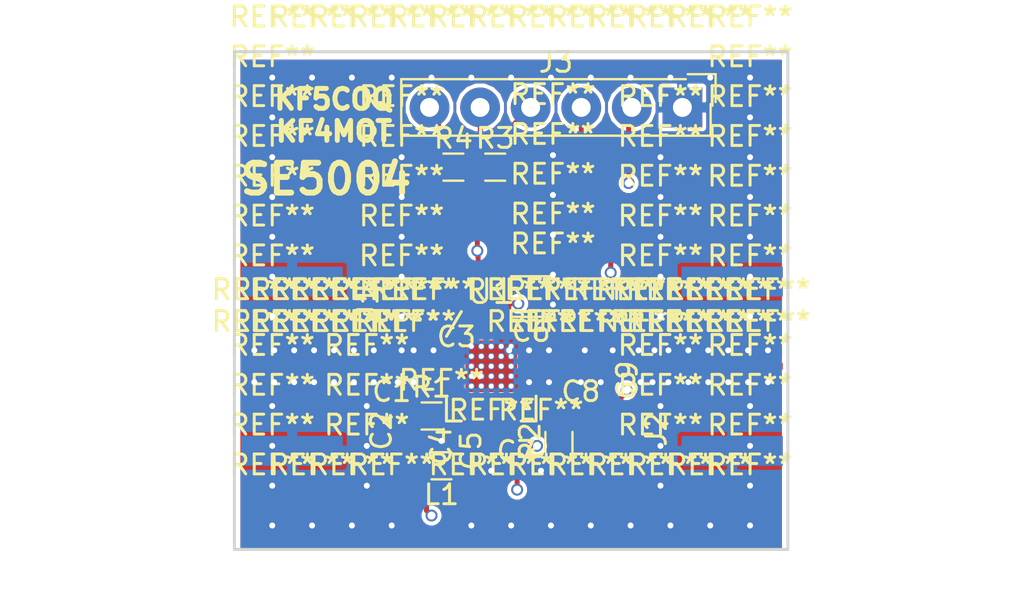
<source format=kicad_pcb>
(kicad_pcb (version 4) (host pcbnew 4.0.7-e2-6376~58~ubuntu16.04.1)
  (layers (0 F.Cu signal) (1 In1.Cu signal) (2 In2.Cu signal) (31 B.Cu signal) (34 B.Paste user) (35 F.Paste user) (36 B.SilkS user) (37 F.SilkS user) (38 B.Mask user) (39 F.Mask user) (44 Edge.Cuts user))
  (net 0 "")
  (net 1 "Net-(C1-Pad1)")
  (net 2 "Net-(C1-Pad2)")
  (net 3 VREF)
  (net 4 "Net-(C2-Pad2)")
  (net 5 VCC1)
  (net 6 GND)
  (net 7 "Net-(C4-Pad1)")
  (net 8 "Net-(C4-Pad2)")
  (net 9 VCC2)
  (net 10 VCC3)
  (net 11 "Net-(C7-Pad1)")
  (net 12 "Net-(C8-Pad1)")
  (net 13 "Net-(C8-Pad2)")
  (net 14 "Net-(R1-Pad2)")
  (net 15 VDET1)
  (module SKY:.3via (layer F.Cu) (at 142.25 111)
    (fp_text reference REF** (at 0 -3.048) (layer F.SilkS))
    (fp_text value 1pin)
    (pad "" thru_hole circle (at 0 0) (size 0.5 0.5) (drill 0.3) (layers *.Cu *.Mask) (net 6 GND))
  )
  (module SKY:.3via (layer F.Cu) (at 142.25 109)
    (fp_text reference REF** (at 0 -3.048) (layer F.SilkS))
    (fp_text value 1pin)
    (pad "" thru_hole circle (at 0 0) (size 0.5 0.5) (drill 0.3) (layers *.Cu *.Mask) (net 6 GND))
  )
  (module SKY:.3via (layer F.Cu) (at 142.25 107)
    (fp_text reference REF** (at 0 -3.048) (layer F.SilkS))
    (fp_text value 1pin)
    (pad "" thru_hole circle (at 0 0) (size 0.5 0.5) (drill 0.3) (layers *.Cu *.Mask) (net 6 GND))
  )
  (module SKY:.3via (layer F.Cu) (at 151 110.25)
    (fp_text reference REF** (at 0 -3.048) (layer F.SilkS))
    (fp_text value 1pin)
    (pad "" thru_hole circle (at 0 0) (size 0.5 0.5) (drill 0.3) (layers *.Cu *.Mask) (net 6 GND))
  )
  (module SKY:.3via (layer F.Cu) (at 146 108.75)
    (fp_text reference REF** (at 0 -3.048) (layer F.SilkS))
    (fp_text value 1pin)
    (pad "" thru_hole circle (at 0 0) (size 0.5 0.5) (drill 0.3) (layers *.Cu *.Mask) (net 6 GND))
  )
  (module SKY:.3via (layer F.Cu) (at 148.5 110.25)
    (fp_text reference REF** (at 0 -3.048) (layer F.SilkS))
    (fp_text value 1pin)
    (pad "" thru_hole circle (at 0 0) (size 0.5 0.5) (drill 0.3) (layers *.Cu *.Mask) (net 6 GND))
  )
  (module SKY:.3via (layer F.Cu) (at 157 111)
    (fp_text reference REF** (at 0 -3.048) (layer F.SilkS))
    (fp_text value 1pin)
    (pad "" thru_hole circle (at 0 0) (size 0.5 0.5) (drill 0.3) (layers *.Cu *.Mask) (net 6 GND))
  )
  (module SKY:.3via (layer F.Cu) (at 157 109)
    (fp_text reference REF** (at 0 -3.048) (layer F.SilkS))
    (fp_text value 1pin)
    (pad "" thru_hole circle (at 0 0) (size 0.5 0.5) (drill 0.3) (layers *.Cu *.Mask) (net 6 GND))
  )
  (module SKY:.3via (layer F.Cu) (at 157 107)
    (fp_text reference REF** (at 0 -3.048) (layer F.SilkS))
    (fp_text value 1pin)
    (pad "" thru_hole circle (at 0 0) (size 0.5 0.5) (drill 0.3) (layers *.Cu *.Mask) (net 6 GND))
  )
  (module SKY:.3via (layer F.Cu) (at 144 94.5)
    (fp_text reference REF** (at 0 -3.048) (layer F.SilkS))
    (fp_text value 1pin)
    (pad "" thru_hole circle (at 0 0) (size 0.5 0.5) (drill 0.3) (layers *.Cu *.Mask) (net 6 GND))
  )
  (module SKY:.3via (layer F.Cu) (at 144 96.5)
    (fp_text reference REF** (at 0 -3.048) (layer F.SilkS))
    (fp_text value 1pin)
    (pad "" thru_hole circle (at 0 0) (size 0.5 0.5) (drill 0.3) (layers *.Cu *.Mask) (net 6 GND))
  )
  (module SKY:.3via (layer F.Cu) (at 144 98.5)
    (fp_text reference REF** (at 0 -3.048) (layer F.SilkS))
    (fp_text value 1pin)
    (pad "" thru_hole circle (at 0 0) (size 0.5 0.5) (drill 0.3) (layers *.Cu *.Mask) (net 6 GND))
  )
  (module SKY:.3via (layer F.Cu) (at 144 100.5)
    (fp_text reference REF** (at 0 -3.048) (layer F.SilkS))
    (fp_text value 1pin)
    (pad "" thru_hole circle (at 0 0) (size 0.5 0.5) (drill 0.3) (layers *.Cu *.Mask) (net 6 GND))
  )
  (module SKY:.3via (layer F.Cu) (at 144 102.5)
    (fp_text reference REF** (at 0 -3.048) (layer F.SilkS))
    (fp_text value 1pin)
    (pad "" thru_hole circle (at 0 0) (size 0.5 0.5) (drill 0.3) (layers *.Cu *.Mask) (net 6 GND))
  )
  (module SKY:.3via (layer F.Cu) (at 157 94.5)
    (fp_text reference REF** (at 0 -3.048) (layer F.SilkS))
    (fp_text value 1pin)
    (pad "" thru_hole circle (at 0 0) (size 0.5 0.5) (drill 0.3) (layers *.Cu *.Mask) (net 6 GND))
  )
  (module SKY:.3via (layer F.Cu) (at 157 96.5)
    (fp_text reference REF** (at 0 -3.048) (layer F.SilkS))
    (fp_text value 1pin)
    (pad "" thru_hole circle (at 0 0) (size 0.5 0.5) (drill 0.3) (layers *.Cu *.Mask) (net 6 GND))
  )
  (module SKY:.3via (layer F.Cu) (at 157 98.5)
    (fp_text reference REF** (at 0 -3.048) (layer F.SilkS))
    (fp_text value 1pin)
    (pad "" thru_hole circle (at 0 0) (size 0.5 0.5) (drill 0.3) (layers *.Cu *.Mask) (net 6 GND))
  )
  (module SKY:.3via (layer F.Cu) (at 157 100.5)
    (fp_text reference REF** (at 0 -3.048) (layer F.SilkS))
    (fp_text value 1pin)
    (pad "" thru_hole circle (at 0 0) (size 0.5 0.5) (drill 0.3) (layers *.Cu *.Mask) (net 6 GND))
  )
  (module SKY:.3via (layer F.Cu) (at 157 102.5)
    (fp_text reference REF** (at 0 -3.048) (layer F.SilkS))
    (fp_text value 1pin)
    (pad "" thru_hole circle (at 0 0) (size 0.5 0.5) (drill 0.3) (layers *.Cu *.Mask) (net 6 GND))
  )
  (module SKY:.3via (layer F.Cu) (at 151.6 94.4)
    (fp_text reference REF** (at 0 -3.048) (layer F.SilkS))
    (fp_text value 1pin)
    (pad "" thru_hole circle (at 0 0) (size 0.5 0.5) (drill 0.3) (layers *.Cu *.Mask) (net 6 GND))
  )
  (module SKY:.3via (layer F.Cu) (at 151.6 96.4)
    (fp_text reference REF** (at 0 -3.048) (layer F.SilkS))
    (fp_text value 1pin)
    (pad "" thru_hole circle (at 0 0) (size 0.5 0.5) (drill 0.3) (layers *.Cu *.Mask) (net 6 GND))
  )
  (module SKY:.3via (layer F.Cu) (at 151.6 98.4)
    (fp_text reference REF** (at 0 -3.048) (layer F.SilkS))
    (fp_text value 1pin)
    (pad "" thru_hole circle (at 0 0) (size 0.5 0.5) (drill 0.3) (layers *.Cu *.Mask) (net 6 GND))
  )
  (module SKY:.3via (layer F.Cu) (at 151.6 100.4)
    (fp_text reference REF** (at 0 -3.048) (layer F.SilkS))
    (fp_text value 1pin)
    (pad "" thru_hole circle (at 0 0) (size 0.5 0.5) (drill 0.3) (layers *.Cu *.Mask) (net 6 GND))
  )
  (module SKY:.3via (layer F.Cu) (at 151.6 101.9)
    (fp_text reference REF** (at 0 -3.048) (layer F.SilkS))
    (fp_text value 1pin)
    (pad "" thru_hole circle (at 0 0) (size 0.5 0.5) (drill 0.3) (layers *.Cu *.Mask) (net 6 GND))
  )
  (module SKY:.3via (layer F.Cu) (at 149.4 104.2)
    (fp_text reference REF** (at 0 -3.048) (layer F.SilkS))
    (fp_text value 1pin)
    (pad "" thru_hole circle (at 0 0) (size 0.5 0.5) (drill 0.3) (layers *.Cu *.Mask) (net 6 GND))
  )
  (module SKY:.3via (layer F.Cu) (at 150.4 104.2)
    (fp_text reference REF** (at 0 -3.048) (layer F.SilkS))
    (fp_text value 1pin)
    (pad "" thru_hole circle (at 0 0) (size 0.5 0.5) (drill 0.3) (layers *.Cu *.Mask) (net 6 GND))
  )
  (module SKY:.3via (layer F.Cu) (at 151.4 104.2)
    (fp_text reference REF** (at 0 -3.048) (layer F.SilkS))
    (fp_text value 1pin)
    (pad "" thru_hole circle (at 0 0) (size 0.5 0.5) (drill 0.3) (layers *.Cu *.Mask) (net 6 GND))
  )
  (module SKY:.3via (layer F.Cu) (at 153.2 104.2)
    (fp_text reference REF** (at 0 -3.048) (layer F.SilkS))
    (fp_text value 1pin)
    (pad "" thru_hole circle (at 0 0) (size 0.5 0.5) (drill 0.3) (layers *.Cu *.Mask) (net 6 GND))
  )
  (module SKY:.3via (layer F.Cu) (at 154.6 104.2)
    (fp_text reference REF** (at 0 -3.048) (layer F.SilkS))
    (fp_text value 1pin)
    (pad "" thru_hole circle (at 0 0) (size 0.5 0.5) (drill 0.3) (layers *.Cu *.Mask) (net 6 GND))
  )
  (module SKY:.3via (layer F.Cu) (at 155.9 104.2)
    (fp_text reference REF** (at 0 -3.048) (layer F.SilkS))
    (fp_text value 1pin)
    (pad "" thru_hole circle (at 0 0) (size 0.5 0.5) (drill 0.3) (layers *.Cu *.Mask) (net 6 GND))
  )
  (module SKY:.3via (layer F.Cu) (at 156.7 104.2)
    (fp_text reference REF** (at 0 -3.048) (layer F.SilkS))
    (fp_text value 1pin)
    (pad "" thru_hole circle (at 0 0) (size 0.5 0.5) (drill 0.3) (layers *.Cu *.Mask) (net 6 GND))
  )
  (module SKY:.3via (layer F.Cu) (at 157.4 104.2)
    (fp_text reference REF** (at 0 -3.048) (layer F.SilkS))
    (fp_text value 1pin)
    (pad "" thru_hole circle (at 0 0) (size 0.5 0.5) (drill 0.3) (layers *.Cu *.Mask) (net 6 GND))
  )
  (module SKY:.3via (layer F.Cu) (at 158.4 104.2)
    (fp_text reference REF** (at 0 -3.048) (layer F.SilkS))
    (fp_text value 1pin)
    (pad "" thru_hole circle (at 0 0) (size 0.5 0.5) (drill 0.3) (layers *.Cu *.Mask) (net 6 GND))
  )
  (module SKY:.3via (layer F.Cu) (at 159.4 104.2)
    (fp_text reference REF** (at 0 -3.048) (layer F.SilkS))
    (fp_text value 1pin)
    (pad "" thru_hole circle (at 0 0) (size 0.5 0.5) (drill 0.3) (layers *.Cu *.Mask) (net 6 GND))
  )
  (module SKY:.3via (layer F.Cu) (at 160.4 104.2)
    (fp_text reference REF** (at 0 -3.048) (layer F.SilkS))
    (fp_text value 1pin)
    (pad "" thru_hole circle (at 0 0) (size 0.5 0.5) (drill 0.3) (layers *.Cu *.Mask) (net 6 GND))
  )
  (module SKY:.3via (layer F.Cu) (at 161.4 104.2)
    (fp_text reference REF** (at 0 -3.048) (layer F.SilkS))
    (fp_text value 1pin)
    (pad "" thru_hole circle (at 0 0) (size 0.5 0.5) (drill 0.3) (layers *.Cu *.Mask) (net 6 GND))
  )
  (module SKY:.3via (layer F.Cu) (at 162.4 104.2)
    (fp_text reference REF** (at 0 -3.048) (layer F.SilkS))
    (fp_text value 1pin)
    (pad "" thru_hole circle (at 0 0) (size 0.5 0.5) (drill 0.3) (layers *.Cu *.Mask) (net 6 GND))
  )
  (module SKY:.3via (layer F.Cu) (at 150.4 105.8)
    (fp_text reference REF** (at 0 -3.048) (layer F.SilkS))
    (fp_text value 1pin)
    (pad "" thru_hole circle (at 0 0) (size 0.5 0.5) (drill 0.3) (layers *.Cu *.Mask) (net 6 GND))
  )
  (module SKY:.3via (layer F.Cu) (at 151.4 105.8)
    (fp_text reference REF** (at 0 -3.048) (layer F.SilkS))
    (fp_text value 1pin)
    (pad "" thru_hole circle (at 0 0) (size 0.5 0.5) (drill 0.3) (layers *.Cu *.Mask) (net 6 GND))
  )
  (module SKY:.3via (layer F.Cu) (at 153 105.8)
    (fp_text reference REF** (at 0 -3.048) (layer F.SilkS))
    (fp_text value 1pin)
    (pad "" thru_hole circle (at 0 0) (size 0.5 0.5) (drill 0.3) (layers *.Cu *.Mask) (net 6 GND))
  )
  (module SKY:.3via (layer F.Cu) (at 154 105.8)
    (fp_text reference REF** (at 0 -3.048) (layer F.SilkS))
    (fp_text value 1pin)
    (pad "" thru_hole circle (at 0 0) (size 0.5 0.5) (drill 0.3) (layers *.Cu *.Mask) (net 6 GND))
  )
  (module SKY:.3via (layer F.Cu) (at 156 105.8)
    (fp_text reference REF** (at 0 -3.048) (layer F.SilkS))
    (fp_text value 1pin)
    (pad "" thru_hole circle (at 0 0) (size 0.5 0.5) (drill 0.3) (layers *.Cu *.Mask) (net 6 GND))
  )
  (module SKY:.3via (layer F.Cu) (at 156.6 105.8)
    (fp_text reference REF** (at 0 -3.048) (layer F.SilkS))
    (fp_text value 1pin)
    (pad "" thru_hole circle (at 0 0) (size 0.5 0.5) (drill 0.3) (layers *.Cu *.Mask) (net 6 GND))
  )
  (module SKY:.3via (layer F.Cu) (at 157.4 105.8)
    (fp_text reference REF** (at 0 -3.048) (layer F.SilkS))
    (fp_text value 1pin)
    (pad "" thru_hole circle (at 0 0) (size 0.5 0.5) (drill 0.3) (layers *.Cu *.Mask) (net 6 GND))
  )
  (module SKY:.3via (layer F.Cu) (at 158.4 105.8)
    (fp_text reference REF** (at 0 -3.048) (layer F.SilkS))
    (fp_text value 1pin)
    (pad "" thru_hole circle (at 0 0) (size 0.5 0.5) (drill 0.3) (layers *.Cu *.Mask) (net 6 GND))
  )
  (module SKY:.3via (layer F.Cu) (at 159.4 105.8)
    (fp_text reference REF** (at 0 -3.048) (layer F.SilkS))
    (fp_text value 1pin)
    (pad "" thru_hole circle (at 0 0) (size 0.5 0.5) (drill 0.3) (layers *.Cu *.Mask) (net 6 GND))
  )
  (module SKY:.3via (layer F.Cu) (at 160.4 105.8)
    (fp_text reference REF** (at 0 -3.048) (layer F.SilkS))
    (fp_text value 1pin)
    (pad "" thru_hole circle (at 0 0) (size 0.5 0.5) (drill 0.3) (layers *.Cu *.Mask) (net 6 GND))
  )
  (module SKY:.3via (layer F.Cu) (at 161.4 105.8)
    (fp_text reference REF** (at 0 -3.048) (layer F.SilkS))
    (fp_text value 1pin)
    (pad "" thru_hole circle (at 0 0) (size 0.5 0.5) (drill 0.3) (layers *.Cu *.Mask) (net 6 GND))
  )
  (module SKY:.3via (layer F.Cu) (at 162.4 105.8)
    (fp_text reference REF** (at 0 -3.048) (layer F.SilkS))
    (fp_text value 1pin)
    (pad "" thru_hole circle (at 0 0) (size 0.5 0.5) (drill 0.3) (layers *.Cu *.Mask) (net 6 GND))
  )
  (module SKY:.3via (layer F.Cu) (at 145.6 104.2)
    (fp_text reference REF** (at 0 -3.048) (layer F.SilkS))
    (fp_text value 1pin)
    (pad "" thru_hole circle (at 0 0) (size 0.5 0.5) (drill 0.3) (layers *.Cu *.Mask) (net 6 GND))
  )
  (module SKY:.3via (layer F.Cu) (at 144.6 104.2)
    (fp_text reference REF** (at 0 -3.048) (layer F.SilkS))
    (fp_text value 1pin)
    (pad "" thru_hole circle (at 0 0) (size 0.5 0.5) (drill 0.3) (layers *.Cu *.Mask) (net 6 GND))
  )
  (module SKY:.3via (layer F.Cu) (at 144 104.2)
    (fp_text reference REF** (at 0 -3.048) (layer F.SilkS))
    (fp_text value 1pin)
    (pad "" thru_hole circle (at 0 0) (size 0.5 0.5) (drill 0.3) (layers *.Cu *.Mask) (net 6 GND))
  )
  (module SKY:.3via (layer F.Cu) (at 142.6 104.2)
    (fp_text reference REF** (at 0 -3.048) (layer F.SilkS))
    (fp_text value 1pin)
    (pad "" thru_hole circle (at 0 0) (size 0.5 0.5) (drill 0.3) (layers *.Cu *.Mask) (net 6 GND))
  )
  (module SKY:.3via (layer F.Cu) (at 141.6 104.2)
    (fp_text reference REF** (at 0 -3.048) (layer F.SilkS))
    (fp_text value 1pin)
    (pad "" thru_hole circle (at 0 0) (size 0.5 0.5) (drill 0.3) (layers *.Cu *.Mask) (net 6 GND))
  )
  (module SKY:.3via (layer F.Cu) (at 140.6 104.2)
    (fp_text reference REF** (at 0 -3.048) (layer F.SilkS))
    (fp_text value 1pin)
    (pad "" thru_hole circle (at 0 0) (size 0.5 0.5) (drill 0.3) (layers *.Cu *.Mask) (net 6 GND))
  )
  (module SKY:.3via (layer F.Cu) (at 139.6 104.2)
    (fp_text reference REF** (at 0 -3.048) (layer F.SilkS))
    (fp_text value 1pin)
    (pad "" thru_hole circle (at 0 0) (size 0.5 0.5) (drill 0.3) (layers *.Cu *.Mask) (net 6 GND))
  )
  (module SKY:.3via (layer F.Cu) (at 138.6 104.2)
    (fp_text reference REF** (at 0 -3.048) (layer F.SilkS))
    (fp_text value 1pin)
    (pad "" thru_hole circle (at 0 0) (size 0.5 0.5) (drill 0.3) (layers *.Cu *.Mask) (net 6 GND))
  )
  (module SKY:.3via (layer F.Cu) (at 137.6 104.2)
    (fp_text reference REF** (at 0 -3.048) (layer F.SilkS))
    (fp_text value 1pin)
    (pad "" thru_hole circle (at 0 0) (size 0.5 0.5) (drill 0.3) (layers *.Cu *.Mask) (net 6 GND))
  )
  (module SKY:.3via (layer F.Cu) (at 136.6 104.2)
    (fp_text reference REF** (at 0 -3.048) (layer F.SilkS))
    (fp_text value 1pin)
    (pad "" thru_hole circle (at 0 0) (size 0.5 0.5) (drill 0.3) (layers *.Cu *.Mask) (net 6 GND))
  )
  (module SKY:.3via (layer F.Cu) (at 144.6 105.8)
    (fp_text reference REF** (at 0 -3.048) (layer F.SilkS))
    (fp_text value 1pin)
    (pad "" thru_hole circle (at 0 0) (size 0.5 0.5) (drill 0.3) (layers *.Cu *.Mask) (net 6 GND))
  )
  (module SKY:.3via (layer F.Cu) (at 143.8 105.8)
    (fp_text reference REF** (at 0 -3.048) (layer F.SilkS))
    (fp_text value 1pin)
    (pad "" thru_hole circle (at 0 0) (size 0.5 0.5) (drill 0.3) (layers *.Cu *.Mask) (net 6 GND))
  )
  (module SKY:.3via (layer F.Cu) (at 142.6 105.8)
    (fp_text reference REF** (at 0 -3.048) (layer F.SilkS))
    (fp_text value 1pin)
    (pad "" thru_hole circle (at 0 0) (size 0.5 0.5) (drill 0.3) (layers *.Cu *.Mask) (net 6 GND))
  )
  (module SKY:.3via (layer F.Cu) (at 141.6 105.8)
    (fp_text reference REF** (at 0 -3.048) (layer F.SilkS))
    (fp_text value 1pin)
    (pad "" thru_hole circle (at 0 0) (size 0.5 0.5) (drill 0.3) (layers *.Cu *.Mask) (net 6 GND))
  )
  (module SKY:.3via (layer F.Cu) (at 140.6 105.8)
    (fp_text reference REF** (at 0 -3.048) (layer F.SilkS))
    (fp_text value 1pin)
    (pad "" thru_hole circle (at 0 0) (size 0.5 0.5) (drill 0.3) (layers *.Cu *.Mask) (net 6 GND))
  )
  (module SKY:.3via (layer F.Cu) (at 139.6 105.8)
    (fp_text reference REF** (at 0 -3.048) (layer F.SilkS))
    (fp_text value 1pin)
    (pad "" thru_hole circle (at 0 0) (size 0.5 0.5) (drill 0.3) (layers *.Cu *.Mask) (net 6 GND))
  )
  (module SKY:.3via (layer F.Cu) (at 138.6 105.8)
    (fp_text reference REF** (at 0 -3.048) (layer F.SilkS))
    (fp_text value 1pin)
    (pad "" thru_hole circle (at 0 0) (size 0.5 0.5) (drill 0.3) (layers *.Cu *.Mask) (net 6 GND))
  )
  (module SKY:.3via (layer F.Cu) (at 137.6 105.8)
    (fp_text reference REF** (at 0 -3.048) (layer F.SilkS))
    (fp_text value 1pin)
    (pad "" thru_hole circle (at 0 0) (size 0.5 0.5) (drill 0.3) (layers *.Cu *.Mask) (net 6 GND))
  )
  (module SKY:.3via (layer F.Cu) (at 136.6 105.8)
    (fp_text reference REF** (at 0 -3.048) (layer F.SilkS))
    (fp_text value 1pin)
    (pad "" thru_hole circle (at 0 0) (size 0.5 0.5) (drill 0.3) (layers *.Cu *.Mask) (net 6 GND))
  )
  (module SKY:.3via (layer F.Cu) (at 137.5 107)
    (fp_text reference REF** (at 0 -3.048) (layer F.SilkS))
    (fp_text value 1pin)
    (pad "" thru_hole circle (at 0 0) (size 0.5 0.5) (drill 0.3) (layers *.Cu *.Mask) (net 6 GND))
  )
  (module SKY:.3via (layer F.Cu) (at 137.5 109)
    (fp_text reference REF** (at 0 -3.048) (layer F.SilkS))
    (fp_text value 1pin)
    (pad "" thru_hole circle (at 0 0) (size 0.5 0.5) (drill 0.3) (layers *.Cu *.Mask) (net 6 GND))
  )
  (module SKY:.3via (layer F.Cu) (at 137.5 111)
    (fp_text reference REF** (at 0 -3.048) (layer F.SilkS))
    (fp_text value 1pin)
    (pad "" thru_hole circle (at 0 0) (size 0.5 0.5) (drill 0.3) (layers *.Cu *.Mask) (net 6 GND))
  )
  (module Connectors_Amphenol:Amphenol_RF_SMA_132289 (layer F.Cu) (at 138.5 105 180)
    (fp_text reference J1 (at -3.81 3.175 450) (layer F.SilkS))
    (fp_text value Conn_Coaxial)
    (pad 2 smd rect (at 0 4.25 270) (size 1.5 5.08) (layers B.Cu B.Paste B.Mask) (net 6 GND))
    (pad 2 smd rect (at 0 -4.25 270) (size 1.5 5.08) (layers B.Cu B.Paste B.Mask) (net 6 GND))
    (pad 2 smd rect (at 0 4.25 270) (size 1.5 5.08) (layers F.Cu F.Paste F.Mask) (net 6 GND))
    (pad 2 smd rect (at 0 -4.25 270) (size 1.5 5.08) (layers F.Cu F.Paste F.Mask) (net 6 GND))
    (pad 1 smd rect (at 0 0 270) (size 0.341 5.08) (layers F.Cu F.Paste F.Mask) (net 2 "Net-(C1-Pad2)"))
  )
  (module Capacitors_SMD:C_0402_NoSilk (layer F.Cu) (at 148.75 109.25 90)
    (fp_text reference C5 (at 0 -1.27 90) (layer F.SilkS))
    (fp_text value 100n)
    (pad 1 smd rect (at -0.55 0 90) (size 0.6 0.5) (layers F.Cu F.Paste F.Mask) (net 6 GND))
    (pad 2 smd rect (at 0.55 0 90) (size 0.6 0.5) (layers F.Cu F.Paste F.Mask) (net 9 VCC2))
  )
  (module SKY:.3via (layer F.Cu) (at 137.5 113)
    (fp_text reference REF** (at 0 -3.048) (layer F.SilkS))
    (fp_text value 1pin)
    (pad "" thru_hole circle (at 0 0) (size 0.5 0.5) (drill 0.3) (layers *.Cu *.Mask) (net 6 GND))
  )
  (module SKY:.3via (layer F.Cu) (at 139.5 113)
    (fp_text reference REF** (at 0 -3.048) (layer F.SilkS))
    (fp_text value 1pin)
    (pad "" thru_hole circle (at 0 0) (size 0.5 0.5) (drill 0.3) (layers *.Cu *.Mask) (net 6 GND))
  )
  (module SKY:.3via (layer F.Cu) (at 141.5 113)
    (fp_text reference REF** (at 0 -3.048) (layer F.SilkS))
    (fp_text value 1pin)
    (pad "" thru_hole circle (at 0 0) (size 0.5 0.5) (drill 0.3) (layers *.Cu *.Mask) (net 6 GND))
  )
  (module SKY:.3via (layer F.Cu) (at 143.5 113)
    (fp_text reference REF** (at 0 -3.048) (layer F.SilkS))
    (fp_text value 1pin)
    (pad "" thru_hole circle (at 0 0) (size 0.5 0.5) (drill 0.3) (layers *.Cu *.Mask) (net 6 GND))
  )
  (module SKY:.3via (layer F.Cu) (at 147.5 113)
    (fp_text reference REF** (at 0 -3.048) (layer F.SilkS))
    (fp_text value 1pin)
    (pad "" thru_hole circle (at 0 0) (size 0.5 0.5) (drill 0.3) (layers *.Cu *.Mask) (net 6 GND))
  )
  (module SKY:.3via (layer F.Cu) (at 149.5 113)
    (fp_text reference REF** (at 0 -3.048) (layer F.SilkS))
    (fp_text value 1pin)
    (pad "" thru_hole circle (at 0 0) (size 0.5 0.5) (drill 0.3) (layers *.Cu *.Mask) (net 6 GND))
  )
  (module SKY:.3via (layer F.Cu) (at 151.5 113)
    (fp_text reference REF** (at 0 -3.048) (layer F.SilkS))
    (fp_text value 1pin)
    (pad "" thru_hole circle (at 0 0) (size 0.5 0.5) (drill 0.3) (layers *.Cu *.Mask) (net 6 GND))
  )
  (module SKY:.3via (layer F.Cu) (at 153.5 113)
    (fp_text reference REF** (at 0 -3.048) (layer F.SilkS))
    (fp_text value 1pin)
    (pad "" thru_hole circle (at 0 0) (size 0.5 0.5) (drill 0.3) (layers *.Cu *.Mask) (net 6 GND))
  )
  (module SKY:.3via (layer F.Cu) (at 155.5 113)
    (fp_text reference REF** (at 0 -3.048) (layer F.SilkS))
    (fp_text value 1pin)
    (pad "" thru_hole circle (at 0 0) (size 0.5 0.5) (drill 0.3) (layers *.Cu *.Mask) (net 6 GND))
  )
  (module SKY:.3via (layer F.Cu) (at 157.5 113)
    (fp_text reference REF** (at 0 -3.048) (layer F.SilkS))
    (fp_text value 1pin)
    (pad "" thru_hole circle (at 0 0) (size 0.5 0.5) (drill 0.3) (layers *.Cu *.Mask) (net 6 GND))
  )
  (module SKY:.3via (layer F.Cu) (at 159.5 113)
    (fp_text reference REF** (at 0 -3.048) (layer F.SilkS))
    (fp_text value 1pin)
    (pad "" thru_hole circle (at 0 0) (size 0.5 0.5) (drill 0.3) (layers *.Cu *.Mask) (net 6 GND))
  )
  (module SKY:.3via (layer F.Cu) (at 161.5 113)
    (fp_text reference REF** (at 0 -3.048) (layer F.SilkS))
    (fp_text value 1pin)
    (pad "" thru_hole circle (at 0 0) (size 0.5 0.5) (drill 0.3) (layers *.Cu *.Mask) (net 6 GND))
  )
  (module SKY:.3via (layer F.Cu) (at 161.5 111)
    (fp_text reference REF** (at 0 -3.048) (layer F.SilkS))
    (fp_text value 1pin)
    (pad "" thru_hole circle (at 0 0) (size 0.5 0.5) (drill 0.3) (layers *.Cu *.Mask) (net 6 GND))
  )
  (module SKY:.3via (layer F.Cu) (at 161.5 109)
    (fp_text reference REF** (at 0 -3.048) (layer F.SilkS))
    (fp_text value 1pin)
    (pad "" thru_hole circle (at 0 0) (size 0.5 0.5) (drill 0.3) (layers *.Cu *.Mask) (net 6 GND))
  )
  (module SKY:.3via (layer F.Cu) (at 161.5 107)
    (fp_text reference REF** (at 0 -3.048) (layer F.SilkS))
    (fp_text value 1pin)
    (pad "" thru_hole circle (at 0 0) (size 0.5 0.5) (drill 0.3) (layers *.Cu *.Mask) (net 6 GND))
  )
  (module SKY:.3via (layer F.Cu) (at 161.5 102.5)
    (fp_text reference REF** (at 0 -3.048) (layer F.SilkS))
    (fp_text value 1pin)
    (pad "" thru_hole circle (at 0 0) (size 0.5 0.5) (drill 0.3) (layers *.Cu *.Mask) (net 6 GND))
  )
  (module SKY:.3via (layer F.Cu) (at 161.5 100.5)
    (fp_text reference REF** (at 0 -3.048) (layer F.SilkS))
    (fp_text value 1pin)
    (pad "" thru_hole circle (at 0 0) (size 0.5 0.5) (drill 0.3) (layers *.Cu *.Mask) (net 6 GND))
  )
  (module SKY:.3via (layer F.Cu) (at 161.5 98.5)
    (fp_text reference REF** (at 0 -3.048) (layer F.SilkS))
    (fp_text value 1pin)
    (pad "" thru_hole circle (at 0 0) (size 0.5 0.5) (drill 0.3) (layers *.Cu *.Mask) (net 6 GND))
  )
  (module SKY:.3via (layer F.Cu) (at 161.5 96.5)
    (fp_text reference REF** (at 0 -3.048) (layer F.SilkS))
    (fp_text value 1pin)
    (pad "" thru_hole circle (at 0 0) (size 0.5 0.5) (drill 0.3) (layers *.Cu *.Mask) (net 6 GND))
  )
  (module SKY:.3via (layer F.Cu) (at 161.5 94.5)
    (fp_text reference REF** (at 0 -3.048) (layer F.SilkS))
    (fp_text value 1pin)
    (pad "" thru_hole circle (at 0 0) (size 0.5 0.5) (drill 0.3) (layers *.Cu *.Mask) (net 6 GND))
  )
  (module SKY:.3via (layer F.Cu) (at 161.5 92.5)
    (fp_text reference REF** (at 0 -3.048) (layer F.SilkS))
    (fp_text value 1pin)
    (pad "" thru_hole circle (at 0 0) (size 0.5 0.5) (drill 0.3) (layers *.Cu *.Mask) (net 6 GND))
  )
  (module SKY:.3via (layer F.Cu) (at 137.5 102.5)
    (fp_text reference REF** (at 0 -3.048) (layer F.SilkS))
    (fp_text value 1pin)
    (pad "" thru_hole circle (at 0 0) (size 0.5 0.5) (drill 0.3) (layers *.Cu *.Mask) (net 6 GND))
  )
  (module SKY:.3via (layer F.Cu) (at 137.5 100.5)
    (fp_text reference REF** (at 0 -3.048) (layer F.SilkS))
    (fp_text value 1pin)
    (pad "" thru_hole circle (at 0 0) (size 0.5 0.5) (drill 0.3) (layers *.Cu *.Mask) (net 6 GND))
  )
  (module SKY:.3via (layer F.Cu) (at 137.5 98.5)
    (fp_text reference REF** (at 0 -3.048) (layer F.SilkS))
    (fp_text value 1pin)
    (pad "" thru_hole circle (at 0 0) (size 0.5 0.5) (drill 0.3) (layers *.Cu *.Mask) (net 6 GND))
  )
  (module SKY:.3via (layer F.Cu) (at 137.5 96.5)
    (fp_text reference REF** (at 0 -3.048) (layer F.SilkS))
    (fp_text value 1pin)
    (pad "" thru_hole circle (at 0 0) (size 0.5 0.5) (drill 0.3) (layers *.Cu *.Mask) (net 6 GND))
  )
  (module SKY:.3via (layer F.Cu) (at 137.5 94.5)
    (fp_text reference REF** (at 0 -3.048) (layer F.SilkS))
    (fp_text value 1pin)
    (pad "" thru_hole circle (at 0 0) (size 0.5 0.5) (drill 0.3) (layers *.Cu *.Mask) (net 6 GND))
  )
  (module SKY:.3via (layer F.Cu) (at 137.5 92.5)
    (fp_text reference REF** (at 0 -3.048) (layer F.SilkS))
    (fp_text value 1pin)
    (pad "" thru_hole circle (at 0 0) (size 0.5 0.5) (drill 0.3) (layers *.Cu *.Mask) (net 6 GND))
  )
  (module SKY:.3via (layer F.Cu) (at 137.5 90.5)
    (fp_text reference REF** (at 0 -3.048) (layer F.SilkS))
    (fp_text value 1pin)
    (pad "" thru_hole circle (at 0 0) (size 0.5 0.5) (drill 0.3) (layers *.Cu *.Mask) (net 6 GND))
  )
  (module SKY:.3via (layer F.Cu) (at 139.5 90.5)
    (fp_text reference REF** (at 0 -3.048) (layer F.SilkS))
    (fp_text value 1pin)
    (pad "" thru_hole circle (at 0 0) (size 0.5 0.5) (drill 0.3) (layers *.Cu *.Mask) (net 6 GND))
  )
  (module SKY:.3via (layer F.Cu) (at 141.5 90.5)
    (fp_text reference REF** (at 0 -3.048) (layer F.SilkS))
    (fp_text value 1pin)
    (pad "" thru_hole circle (at 0 0) (size 0.5 0.5) (drill 0.3) (layers *.Cu *.Mask) (net 6 GND))
  )
  (module SKY:.3via (layer F.Cu) (at 143.5 90.5)
    (fp_text reference REF** (at 0 -3.048) (layer F.SilkS))
    (fp_text value 1pin)
    (pad "" thru_hole circle (at 0 0) (size 0.5 0.5) (drill 0.3) (layers *.Cu *.Mask) (net 6 GND))
  )
  (module SKY:.3via (layer F.Cu) (at 145.5 90.5)
    (fp_text reference REF** (at 0 -3.048) (layer F.SilkS))
    (fp_text value 1pin)
    (pad "" thru_hole circle (at 0 0) (size 0.5 0.5) (drill 0.3) (layers *.Cu *.Mask) (net 6 GND))
  )
  (module SKY:.3via (layer F.Cu) (at 147.5 90.5)
    (fp_text reference REF** (at 0 -3.048) (layer F.SilkS))
    (fp_text value 1pin)
    (pad "" thru_hole circle (at 0 0) (size 0.5 0.5) (drill 0.3) (layers *.Cu *.Mask) (net 6 GND))
  )
  (module SKY:.3via (layer F.Cu) (at 149.5 90.5)
    (fp_text reference REF** (at 0 -3.048) (layer F.SilkS))
    (fp_text value 1pin)
    (pad "" thru_hole circle (at 0 0) (size 0.5 0.5) (drill 0.3) (layers *.Cu *.Mask) (net 6 GND))
  )
  (module SKY:.3via (layer F.Cu) (at 151.5 90.5)
    (fp_text reference REF** (at 0 -3.048) (layer F.SilkS))
    (fp_text value 1pin)
    (pad "" thru_hole circle (at 0 0) (size 0.5 0.5) (drill 0.3) (layers *.Cu *.Mask) (net 6 GND))
  )
  (module SKY:.3via (layer F.Cu) (at 153.5 90.5)
    (fp_text reference REF** (at 0 -3.048) (layer F.SilkS))
    (fp_text value 1pin)
    (pad "" thru_hole circle (at 0 0) (size 0.5 0.5) (drill 0.3) (layers *.Cu *.Mask) (net 6 GND))
  )
  (module SKY:.3via (layer F.Cu) (at 155.5 90.5)
    (fp_text reference REF** (at 0 -3.048) (layer F.SilkS))
    (fp_text value 1pin)
    (pad "" thru_hole circle (at 0 0) (size 0.5 0.5) (drill 0.3) (layers *.Cu *.Mask) (net 6 GND))
  )
  (module SKY:.3via (layer F.Cu) (at 157.5 90.5)
    (fp_text reference REF** (at 0 -3.048) (layer F.SilkS))
    (fp_text value 1pin)
    (pad "" thru_hole circle (at 0 0) (size 0.5 0.5) (drill 0.3) (layers *.Cu *.Mask) (net 6 GND))
  )
  (module SKY:.3via (layer F.Cu) (at 159.5 90.5)
    (fp_text reference REF** (at 0 -3.048) (layer F.SilkS))
    (fp_text value 1pin)
    (pad "" thru_hole circle (at 0 0) (size 0.5 0.5) (drill 0.3) (layers *.Cu *.Mask) (net 6 GND))
  )
  (module Capacitors_SMD:C_0402_NoSilk (layer F.Cu) (at 143.5 105 180)
    (fp_text reference C1 (at 0 -1.27 180) (layer F.SilkS))
    (fp_text value 10p)
    (pad 1 smd rect (at -0.55 0 180) (size 0.6 0.5) (layers F.Cu F.Paste F.Mask) (net 1 "Net-(C1-Pad1)"))
    (pad 2 smd rect (at 0.55 0 180) (size 0.6 0.5) (layers F.Cu F.Paste F.Mask) (net 2 "Net-(C1-Pad2)"))
  )
  (module Capacitors_SMD:C_0402_NoSilk (layer F.Cu) (at 144.25 108.25 90)
    (fp_text reference C2 (at 0 -1.27 90) (layer F.SilkS))
    (fp_text value 100n)
    (pad 1 smd rect (at -0.55 0 90) (size 0.6 0.5) (layers F.Cu F.Paste F.Mask) (net 3 VREF))
    (pad 2 smd rect (at 0.55 0 90) (size 0.6 0.5) (layers F.Cu F.Paste F.Mask) (net 4 "Net-(C2-Pad2)"))
  )
  (module Capacitors_SMD:C_0402_NoSilk (layer F.Cu) (at 146.75 102.25 180)
    (fp_text reference C3 (at 0 -1.27 180) (layer F.SilkS))
    (fp_text value 100n)
    (pad 1 smd rect (at -0.55 0 180) (size 0.6 0.5) (layers F.Cu F.Paste F.Mask) (net 5 VCC1))
    (pad 2 smd rect (at 0.55 0 180) (size 0.6 0.5) (layers F.Cu F.Paste F.Mask) (net 6 GND))
  )
  (module Capacitors_SMD:C_0402_NoSilk (layer F.Cu) (at 147.25 109 90)
    (fp_text reference C4 (at 0 -1.27 90) (layer F.SilkS))
    (fp_text value 220p)
    (pad 1 smd rect (at -0.55 0 90) (size 0.6 0.5) (layers F.Cu F.Paste F.Mask) (net 7 "Net-(C4-Pad1)"))
    (pad 2 smd rect (at 0.55 0 90) (size 0.6 0.5) (layers F.Cu F.Paste F.Mask) (net 8 "Net-(C4-Pad2)"))
  )
  (module Capacitors_SMD:C_1206 (layer F.Cu) (at 150.5 101.5 180)
    (fp_text reference C6 (at 0 -1.75 180) (layer F.SilkS))
    (fp_text value 10u)
    (fp_line (start 1 -1.02) (end -1 -1.02) (layer F.SilkS) (width 0.12))
    (fp_line (start -1 1.02) (end 1 1.02) (layer F.SilkS) (width 0.12))
    (pad 1 smd rect (at -1.5 0 180) (size 1 1.6) (layers F.Cu F.Paste F.Mask) (net 6 GND))
    (pad 2 smd rect (at 1.5 0 180) (size 1 1.6) (layers F.Cu F.Paste F.Mask) (net 10 VCC3))
  )
  (module Capacitors_SMD:C_0402_NoSilk (layer F.Cu) (at 149.75 108 180)
    (fp_text reference C7 (at 0 -1.27 180) (layer F.SilkS))
    (fp_text value 220p)
    (pad 1 smd rect (at -0.55 0 180) (size 0.6 0.5) (layers F.Cu F.Paste F.Mask) (net 11 "Net-(C7-Pad1)"))
    (pad 2 smd rect (at 0.55 0 180) (size 0.6 0.5) (layers F.Cu F.Paste F.Mask) (net 10 VCC3))
  )
  (module Capacitors_SMD:C_0402_NoSilk (layer F.Cu) (at 153 105 180)
    (fp_text reference C8 (at 0 -1.27 180) (layer F.SilkS))
    (fp_text value 10p)
    (pad 1 smd rect (at -0.55 0 180) (size 0.6 0.5) (layers F.Cu F.Paste F.Mask) (net 12 "Net-(C8-Pad1)"))
    (pad 2 smd rect (at 0.55 0 180) (size 0.6 0.5) (layers F.Cu F.Paste F.Mask) (net 13 "Net-(C8-Pad2)"))
  )
  (module Capacitors_SMD:C_0402_NoSilk (layer F.Cu) (at 156.6 105.7 90)
    (fp_text reference C9 (at 0 -1.27 90) (layer F.SilkS))
    (fp_text value .3p)
    (pad 1 smd rect (at -0.55 0 90) (size 0.6 0.5) (layers F.Cu F.Paste F.Mask) (net 6 GND))
    (pad 2 smd rect (at 0.55 0 90) (size 0.6 0.5) (layers F.Cu F.Paste F.Mask) (net 12 "Net-(C8-Pad1)"))
  )
  (module Connectors_Amphenol:Amphenol_RF_SMA_132289 (layer F.Cu) (at 160.6 105)
    (fp_text reference J2 (at -3.81 3.175 270) (layer F.SilkS))
    (fp_text value Conn_Coaxial)
    (pad 2 smd rect (at 0 4.25 90) (size 1.5 5.08) (layers B.Cu B.Paste B.Mask) (net 6 GND))
    (pad 2 smd rect (at 0 -4.25 90) (size 1.5 5.08) (layers B.Cu B.Paste B.Mask) (net 6 GND))
    (pad 2 smd rect (at 0 4.25 90) (size 1.5 5.08) (layers F.Cu F.Paste F.Mask) (net 6 GND))
    (pad 2 smd rect (at 0 -4.25 90) (size 1.5 5.08) (layers F.Cu F.Paste F.Mask) (net 6 GND))
    (pad 1 smd rect (at 0 0 90) (size 0.341 5.08) (layers F.Cu F.Paste F.Mask) (net 12 "Net-(C8-Pad1)"))
  )
  (module Connectors_Samtec:SL-106-X-XX_1x06 (layer F.Cu) (at 158.1 92 270)
    (fp_text reference J3 (at -2.27 6.35 360) (layer F.SilkS))
    (fp_text value Conn_01x06)
    (fp_line (start -0.17 -1.42) (end 1.42 -1.42) (layer F.SilkS) (width 0.12))
    (fp_line (start 1.42 -1.42) (end 1.42 14.12) (layer F.SilkS) (width 0.12))
    (fp_line (start 1.42 14.12) (end -1.42 14.12) (layer F.SilkS) (width 0.12))
    (fp_line (start -1.42 14.12) (end -1.42 -0.17) (layer F.SilkS) (width 0.12))
    (fp_line (start -0.27 -1.67) (end -1.67 -1.67) (layer F.SilkS) (width 0.12))
    (fp_line (start -1.67 -1.67) (end -1.67 -0.27) (layer F.SilkS) (width 0.12))
    (pad 1 thru_hole rect (at 0 0 270) (size 2 2) (drill 0.95) (layers *.Cu *.Mask) (net 6 GND))
    (pad 2 thru_hole circle (at 0 2.54 270) (size 2 2) (drill 0.95) (layers *.Cu *.Mask) (net 15 VDET1))
    (pad 3 thru_hole circle (at 0 5.08 270) (size 2 2) (drill 0.95) (layers *.Cu *.Mask) (net 3 VREF))
    (pad 4 thru_hole circle (at 0 7.62 270) (size 2 2) (drill 0.95) (layers *.Cu *.Mask) (net 10 VCC3))
    (pad 5 thru_hole circle (at 0 10.16 270) (size 2 2) (drill 0.95) (layers *.Cu *.Mask) (net 9 VCC2))
    (pad 6 thru_hole circle (at 0 12.7 270) (size 2 2) (drill 0.95) (layers *.Cu *.Mask) (net 5 VCC1))
  )
  (module Resistors_SMD:R_0603 (layer F.Cu) (at 146 110 180)
    (fp_text reference L1 (at 0 -1.45 180) (layer F.SilkS))
    (fp_text value 4.7n)
    (fp_line (start 0.5 0.68) (end -0.5 0.68) (layer F.SilkS) (width 0.12))
    (fp_line (start -0.5 -0.68) (end 0.5 -0.68) (layer F.SilkS) (width 0.12))
    (pad 1 smd rect (at -0.75 0 180) (size 0.5 0.9) (layers F.Cu F.Paste F.Mask) (net 7 "Net-(C4-Pad1)"))
    (pad 2 smd rect (at 0.75 0 180) (size 0.5 0.9) (layers F.Cu F.Paste F.Mask) (net 3 VREF))
  )
  (module Resistors_SMD:R_0603 (layer F.Cu) (at 145.5 107.5)
    (fp_text reference R1 (at 0 -1.45) (layer F.SilkS))
    (fp_text value 510)
    (fp_line (start 0.5 0.68) (end -0.5 0.68) (layer F.SilkS) (width 0.12))
    (fp_line (start -0.5 -0.68) (end 0.5 -0.68) (layer F.SilkS) (width 0.12))
    (pad 1 smd rect (at -0.75 0) (size 0.5 0.9) (layers F.Cu F.Paste F.Mask) (net 4 "Net-(C2-Pad2)"))
    (pad 2 smd rect (at 0.75 0) (size 0.5 0.9) (layers F.Cu F.Paste F.Mask) (net 14 "Net-(R1-Pad2)"))
  )
  (module Resistors_SMD:R_0603 (layer F.Cu) (at 148.7 95)
    (fp_text reference R3 (at 0 -1.45) (layer F.SilkS))
    (fp_text value 0)
    (fp_line (start 0.5 0.68) (end -0.5 0.68) (layer F.SilkS) (width 0.12))
    (fp_line (start -0.5 -0.68) (end 0.5 -0.68) (layer F.SilkS) (width 0.12))
    (pad 1 smd rect (at -0.75 0) (size 0.5 0.9) (layers F.Cu F.Paste F.Mask) (net 9 VCC2))
    (pad 2 smd rect (at 0.75 0) (size 0.5 0.9) (layers F.Cu F.Paste F.Mask) (net 10 VCC3))
  )
  (module Resistors_SMD:R_0603 (layer F.Cu) (at 146.6 95)
    (fp_text reference R4 (at 0 -1.45) (layer F.SilkS))
    (fp_text value 0)
    (fp_line (start 0.5 0.68) (end -0.5 0.68) (layer F.SilkS) (width 0.12))
    (fp_line (start -0.5 -0.68) (end 0.5 -0.68) (layer F.SilkS) (width 0.12))
    (pad 1 smd rect (at -0.75 0) (size 0.5 0.9) (layers F.Cu F.Paste F.Mask) (net 5 VCC1))
    (pad 2 smd rect (at 0.75 0) (size 0.5 0.9) (layers F.Cu F.Paste F.Mask) (net 9 VCC2))
  )
  (module SKY:QFP_20 (layer F.Cu) (at 148.5 105)
    (fp_text reference U1 (at 0 -3.75) (layer F.SilkS) (effects (font (size 1.2 1.2))))
    (fp_text value SE5004L)
    (fp_line (start -2.25 -1.5) (end -1.5 -2.75) (layer F.SilkS) (width 0.15))
    (fp_line (start 1.5 -2.75) (end 2.25 -2.75) (layer F.SilkS) (width 0.15))
    (fp_line (start 2.25 -2.75) (end 2.25 -1.5) (layer F.SilkS) (width 0.15))
    (fp_line (start -1.5 2.75) (end -2.25 2.75) (layer F.SilkS) (width 0.15))
    (fp_line (start -2.25 2.75) (end -2.25 1.5) (layer F.SilkS) (width 0.15))
    (fp_line (start 1.5 2.75) (end 2.25 2.75) (layer F.SilkS) (width 0.15))
    (fp_line (start 2.25 2.75) (end 2.25 1.5) (layer F.SilkS) (width 0.15))
    (pad 21 smd rect (at 0 0) (size 2.6 2.6) (layers F.Cu F.Paste F.Mask) (net 6 GND))
    (pad 1 smd rect (at -1.85 -1.016 90) (size 0.25 0.7) (layers F.Cu F.Paste F.Mask) (net 6 GND))
    (pad 2 smd rect (at -1.85 -0.508 90) (size 0.25 0.7) (layers F.Cu F.Paste F.Mask) (net 6 GND))
    (pad 3 smd rect (at -1.85 0 90) (size 0.25 0.7) (layers F.Cu F.Paste F.Mask) (net 1 "Net-(C1-Pad1)"))
    (pad 4 smd rect (at -1.85 0.508 90) (size 0.25 0.7) (layers F.Cu F.Paste F.Mask) (net 6 GND))
    (pad 5 smd rect (at -1.85 1.016 90) (size 0.25 0.7) (layers F.Cu F.Paste F.Mask) (net 3 VREF))
    (pad 6 smd rect (at -1.016 1.85) (size 0.25 0.7) (layers F.Cu F.Paste F.Mask) (net 14 "Net-(R1-Pad2)"))
    (pad 7 smd rect (at -0.508 1.85) (size 0.25 0.7) (layers F.Cu F.Paste F.Mask) (net 8 "Net-(C4-Pad2)"))
    (pad 8 smd rect (at 0 1.85) (size 0.25 0.7) (layers F.Cu F.Paste F.Mask) (net 9 VCC2))
    (pad 9 smd rect (at 0.508 1.85) (size 0.25 0.7) (layers F.Cu F.Paste F.Mask) (net 10 VCC3))
    (pad 10 smd rect (at 1.008 1.85) (size 0.25 0.7) (layers F.Cu F.Paste F.Mask) (net 15 VDET1))
    (pad 11 smd rect (at 1.85 1.016 90) (size 0.25 0.7) (layers F.Cu F.Paste F.Mask) (net 6 GND))
    (pad 12 smd rect (at 1.85 0.508 90) (size 0.25 0.7) (layers F.Cu F.Paste F.Mask) (net 6 GND))
    (pad 13 smd rect (at 1.85 0 90) (size 0.25 0.7) (layers F.Cu F.Paste F.Mask) (net 13 "Net-(C8-Pad2)"))
    (pad 14 smd rect (at 1.85 -0.508 90) (size 0.25 0.7) (layers F.Cu F.Paste F.Mask) (net 6 GND))
    (pad 15 smd rect (at 1.85 -1.016 90) (size 0.25 0.7) (layers F.Cu F.Paste F.Mask) (net 6 GND))
    (pad 16 smd rect (at 1.016 -1.85) (size 0.25 0.7) (layers F.Cu F.Paste F.Mask) (net 6 GND))
    (pad 17 smd rect (at 0.508 -1.85) (size 0.25 0.7) (layers F.Cu F.Paste F.Mask) (net 6 GND))
    (pad 18 smd rect (at 0 -1.85) (size 0.25 0.7) (layers F.Cu F.Paste F.Mask) (net 10 VCC3))
    (pad 19 smd rect (at -0.508 -1.85) (size 0.25 0.7) (layers F.Cu F.Paste F.Mask) (net 9 VCC2))
    (pad 20 smd rect (at -1.016 -1.85) (size 0.25 0.7) (layers F.Cu F.Paste F.Mask) (net 5 VCC1))
    (pad 21 thru_hole circle (at -1 -1) (size 0.27 0.27) (drill 0.254) (layers *.Cu *.Mask) (net 6 GND))
    (pad 21 thru_hole circle (at -0.5 -1) (size 0.27 0.27) (drill 0.254) (layers *.Cu *.Mask) (net 6 GND))
    (pad 21 thru_hole circle (at 0 -1) (size 0.27 0.27) (drill 0.254) (layers *.Cu *.Mask) (net 6 GND))
    (pad 21 thru_hole circle (at 0.5 -1) (size 0.27 0.27) (drill 0.254) (layers *.Cu *.Mask) (net 6 GND))
    (pad 21 thru_hole circle (at 1 -1) (size 0.27 0.27) (drill 0.254) (layers *.Cu *.Mask) (net 6 GND))
    (pad 21 thru_hole circle (at -1 -0.5) (size 0.27 0.27) (drill 0.254) (layers *.Cu *.Mask) (net 6 GND))
    (pad 21 thru_hole circle (at -0.5 -0.5) (size 0.27 0.27) (drill 0.254) (layers *.Cu *.Mask) (net 6 GND))
    (pad 21 thru_hole circle (at 0 -0.5) (size 0.27 0.27) (drill 0.254) (layers *.Cu *.Mask) (net 6 GND))
    (pad 21 thru_hole circle (at 0.5 -0.5) (size 0.27 0.27) (drill 0.254) (layers *.Cu *.Mask) (net 6 GND))
    (pad 21 thru_hole circle (at 1 -0.5) (size 0.27 0.27) (drill 0.254) (layers *.Cu *.Mask) (net 6 GND))
    (pad 21 thru_hole circle (at -1 0) (size 0.27 0.27) (drill 0.254) (layers *.Cu *.Mask) (net 6 GND))
    (pad 21 thru_hole circle (at -0.5 0) (size 0.27 0.27) (drill 0.254) (layers *.Cu *.Mask) (net 6 GND))
    (pad 21 thru_hole circle (at 0 0) (size 0.27 0.27) (drill 0.254) (layers *.Cu *.Mask) (net 6 GND))
    (pad 21 thru_hole circle (at 0.5 0) (size 0.27 0.27) (drill 0.254) (layers *.Cu *.Mask) (net 6 GND))
    (pad 21 thru_hole circle (at 1 0) (size 0.27 0.27) (drill 0.254) (layers *.Cu *.Mask) (net 6 GND))
    (pad 21 thru_hole circle (at -1 0.5) (size 0.27 0.27) (drill 0.254) (layers *.Cu *.Mask) (net 6 GND))
    (pad 21 thru_hole circle (at -0.5 0.5) (size 0.27 0.27) (drill 0.254) (layers *.Cu *.Mask) (net 6 GND))
    (pad 21 thru_hole circle (at 0 0.5) (size 0.27 0.27) (drill 0.254) (layers *.Cu *.Mask) (net 6 GND))
    (pad 21 thru_hole circle (at 0.5 0.5) (size 0.27 0.27) (drill 0.254) (layers *.Cu *.Mask) (net 6 GND))
    (pad 21 thru_hole circle (at 1 0.5) (size 0.27 0.27) (drill 0.254) (layers *.Cu *.Mask) (net 6 GND))
    (pad 21 thru_hole circle (at -1 1) (size 0.27 0.27) (drill 0.254) (layers *.Cu *.Mask) (net 6 GND))
    (pad 21 thru_hole circle (at -0.5 1) (size 0.27 0.27) (drill 0.254) (layers *.Cu *.Mask) (net 6 GND))
    (pad 21 thru_hole circle (at 0 1) (size 0.27 0.27) (drill 0.254) (layers *.Cu *.Mask) (net 6 GND))
    (pad 21 thru_hole circle (at 0.5 1) (size 0.27 0.27) (drill 0.254) (layers *.Cu *.Mask) (net 6 GND))
    (pad 21 thru_hole circle (at 1 1) (size 0.27 0.27) (drill 0.254) (layers *.Cu *.Mask) (net 6 GND))
  )
  (module SKY:.3via (layer F.Cu) (at 161.5 90.5)
    (fp_text reference REF** (at 0 -3.048) (layer F.SilkS))
    (fp_text value 1pin)
    (pad "" thru_hole circle (at 0 0) (size 0.5 0.5) (drill 0.3) (layers *.Cu *.Mask) (net 6 GND))
  )
  (module Resistors_SMD:R_0603 (layer F.Cu) (at 151.9 108.8 90)
    (fp_text reference R2 (at 0 -1.45 90) (layer F.SilkS))
    (fp_text value 3.3)
    (fp_line (start 0.5 0.68) (end -0.5 0.68) (layer F.SilkS) (width 0.12))
    (fp_line (start -0.5 -0.68) (end 0.5 -0.68) (layer F.SilkS) (width 0.12))
    (pad 1 smd rect (at -0.75 0 90) (size 0.5 0.9) (layers F.Cu F.Paste F.Mask) (net 6 GND))
    (pad 2 smd rect (at 0.75 0 90) (size 0.5 0.9) (layers F.Cu F.Paste F.Mask) (net 11 "Net-(C7-Pad1)"))
  )
  (gr_text SE5004 (at 140.2 95.6) (layer F.SilkS) (effects (font (size 1.5 1.5) (thickness 0.3))))
  (gr_text "KF5COQ\nKF4MOT" (at 140.6 92.4) (layer F.SilkS) (effects (font (size 1 1) (thickness 0.25))))
  (gr_line (start 135.6 89.2) (end 136.2 89.2) (angle 90) (layer Edge.Cuts) (width 0.15))
  (gr_line (start 135.6 114.2) (end 135.6 89.2) (angle 90) (layer Edge.Cuts) (width 0.15))
  (gr_line (start 163.4 114.2) (end 135.6 114.2) (angle 90) (layer Edge.Cuts) (width 0.15))
  (gr_line (start 163.4 89.2) (end 163.4 114.2) (angle 90) (layer Edge.Cuts) (width 0.15))
  (gr_line (start 135.8 89.2) (end 163.4 89.2) (angle 90) (layer Edge.Cuts) (width 0.15))
  (segment (start 144.05 105) (end 146.6475 105) (width 0.341) (layer F.Cu) (net 1))
  (segment (start 146.6475 105) (end 146.6511 105.0036) (width 0.341) (layer F.Cu) (net 1))
  (segment (start 142.95 105) (end 138.5 105) (width 0.341) (layer F.Cu) (net 2))
  (via (at 154.5 100.3) (size 0.6) (drill 0.4) (layers F.Cu B.Cu) (net 3))
  (segment (start 154.5 98) (end 154.5 100.3) (width 0.25) (layer F.Cu) (net 3))
  (segment (start 153.02 96.52) (end 154.5 98) (width 0.25) (layer F.Cu) (net 3))
  (segment (start 153.02 96.52) (end 153.02 92) (width 0.25) (layer F.Cu) (net 3))
  (segment (start 145.25 110) (end 145.25 112.25) (width 0.25) (layer F.Cu) (net 3))
  (segment (start 145.5 112.5) (end 145.25 112.25) (width 0.25) (layer F.Cu) (net 3))
  (via (at 145.5 112.5) (size 0.6) (drill 0.4) (layers F.Cu B.Cu) (net 3))
  (segment (start 145 108.8) (end 145 109.75) (width 0.25) (layer F.Cu) (net 3))
  (segment (start 145 109.75) (end 145.25 110) (width 0.25) (layer F.Cu) (net 3))
  (segment (start 144.25 108.8) (end 145 108.8) (width 0.25) (layer F.Cu) (net 3))
  (segment (start 145 108.8) (end 144.95 108.8) (width 0.25) (layer F.Cu) (net 3))
  (segment (start 144.95 108.8) (end 145.5 108.25) (width 0.25) (layer F.Cu) (net 3))
  (segment (start 145.9804 106.0196) (end 146.6511 106.0196) (width 0.25) (layer F.Cu) (net 3))
  (segment (start 145.5 106.5) (end 145.9804 106.0196) (width 0.25) (layer F.Cu) (net 3))
  (segment (start 145.5 108.25) (end 145.5 106.5) (width 0.25) (layer F.Cu) (net 3))
  (segment (start 144.25 107.7) (end 144.55 107.7) (width 0.25) (layer F.Cu) (net 4))
  (segment (start 144.55 107.7) (end 144.75 107.5) (width 0.25) (layer F.Cu) (net 4))
  (segment (start 145.85 95) (end 145.85 92.45) (width 0.25) (layer F.Cu) (net 5))
  (segment (start 145.85 92.45) (end 145.4 92) (width 0.25) (layer F.Cu) (net 5))
  (segment (start 145.85 95) (end 145.85 95.65) (width 0.25) (layer F.Cu) (net 5))
  (segment (start 147 96.8) (end 147 101.95) (width 0.25) (layer F.Cu) (net 5))
  (segment (start 145.85 95.65) (end 147 96.8) (width 0.25) (layer F.Cu) (net 5))
  (segment (start 147 101.95) (end 147.3 102.25) (width 0.25) (layer F.Cu) (net 5))
  (segment (start 147 101.95) (end 147.3 102.25) (width 0.25) (layer F.Cu) (net 5))
  (segment (start 147.3 102.25) (end 147.3 102.9685) (width 0.25) (layer F.Cu) (net 5))
  (segment (start 147.3 102.9685) (end 147.4851 103.1536) (width 0.25) (layer F.Cu) (net 5))
  (segment (start 150.35 103.984) (end 149.516 103.984) (width 0.4) (layer F.Cu) (net 6))
  (segment (start 149.516 103.984) (end 148.5 105) (width 0.4) (layer F.Cu) (net 6))
  (segment (start 146.65 103.984) (end 147.484 103.984) (width 0.4) (layer F.Cu) (net 6))
  (segment (start 147.484 103.984) (end 148.5 105) (width 0.4) (layer F.Cu) (net 6))
  (segment (start 149.008 103.15) (end 149.008 104.492) (width 0.25) (layer F.Cu) (net 6))
  (segment (start 149.008 104.492) (end 148.5 105) (width 0.25) (layer F.Cu) (net 6))
  (segment (start 149.516 103.15) (end 149.516 103.984) (width 0.25) (layer F.Cu) (net 6))
  (segment (start 149.516 103.984) (end 148.5 105) (width 0.25) (layer F.Cu) (net 6))
  (segment (start 149.516 103.984) (end 148.5 105) (width 0.25) (layer F.Cu) (net 6))
  (segment (start 149.008 104.492) (end 148.5 105) (width 0.25) (layer F.Cu) (net 6))
  (segment (start 150.35 105.508) (end 149.008 105.508) (width 0.25) (layer F.Cu) (net 6))
  (segment (start 149.008 105.508) (end 148.5 105) (width 0.25) (layer F.Cu) (net 6))
  (segment (start 150.35 106.016) (end 149.516 106.016) (width 0.25) (layer F.Cu) (net 6))
  (segment (start 149.516 106.016) (end 148.5 105) (width 0.25) (layer F.Cu) (net 6))
  (segment (start 146.65 105.508) (end 147.992 105.508) (width 0.25) (layer F.Cu) (net 6))
  (segment (start 147.992 105.508) (end 148.5 105) (width 0.25) (layer F.Cu) (net 6))
  (segment (start 147.992 104.492) (end 148.5 105) (width 0.25) (layer F.Cu) (net 6))
  (segment (start 147.484 103.984) (end 148.5 105) (width 0.25) (layer F.Cu) (net 6))
  (segment (start 146.65 104.492) (end 147.992 104.492) (width 0.25) (layer F.Cu) (net 6))
  (segment (start 146.75 110) (end 146.8 110) (width 0.25) (layer F.Cu) (net 7))
  (segment (start 146.8 110) (end 147.25 109.55) (width 0.25) (layer F.Cu) (net 7))
  (segment (start 147.9931 106.8536) (end 147.9931 107.9931) (width 0.25) (layer F.Cu) (net 8))
  (segment (start 147.7 108) (end 147.25 108.45) (width 0.25) (layer F.Cu) (net 8))
  (segment (start 147.9862 108) (end 147.7 108) (width 0.25) (layer F.Cu) (net 8))
  (segment (start 147.9931 107.9931) (end 147.9862 108) (width 0.25) (layer F.Cu) (net 8))
  (segment (start 149.1 108.7) (end 149.8 109.4) (width 0.25) (layer F.Cu) (net 9))
  (segment (start 149.8 109.4) (end 149.8 111.2) (width 0.25) (layer F.Cu) (net 9))
  (via (at 149.8 111.2) (size 0.6) (drill 0.4) (layers F.Cu B.Cu) (net 9))
  (segment (start 149.1 108.7) (end 148.75 108.7) (width 0.25) (layer F.Cu) (net 9))
  (segment (start 148.5011 106.8536) (end 148.5011 107.7489) (width 0.25) (layer F.Cu) (net 9))
  (segment (start 148.5 107.75) (end 148.5 108.45) (width 0.25) (layer F.Cu) (net 9))
  (segment (start 148.5011 107.7489) (end 148.5 107.75) (width 0.25) (layer F.Cu) (net 9))
  (segment (start 148.5 108.45) (end 148.75 108.7) (width 0.25) (layer F.Cu) (net 9))
  (segment (start 147.95 95) (end 147.95 92.01) (width 0.25) (layer F.Cu) (net 9))
  (segment (start 147.95 92.01) (end 147.94 92) (width 0.25) (layer F.Cu) (net 9))
  (segment (start 147.35 95) (end 147.95 95) (width 0.25) (layer F.Cu) (net 9))
  (segment (start 147.35 95) (end 147.35 95.95) (width 0.25) (layer F.Cu) (net 9))
  (segment (start 147.8 96.4) (end 147.8 99.2) (width 0.25) (layer F.Cu) (net 9))
  (segment (start 147.35 95.95) (end 147.8 96.4) (width 0.25) (layer F.Cu) (net 9))
  (via (at 147.8 99.2) (size 0.6) (drill 0.4) (layers F.Cu B.Cu) (net 9))
  (segment (start 147.8 99.2) (end 147.84 99.2) (width 0.25) (layer F.Cu) (net 9))
  (segment (start 147.84 99.2) (end 147.8 99.2) (width 0.25) (layer F.Cu) (net 9))
  (segment (start 147.8 99.2) (end 147.84 99.2) (width 0.25) (layer F.Cu) (net 9))
  (segment (start 147.84 99.2) (end 147.84 101.34) (width 0.25) (layer F.Cu) (net 9))
  (segment (start 147.9931 101.4931) (end 147.9931 103.1536) (width 0.25) (layer F.Cu) (net 9))
  (segment (start 147.84 101.34) (end 147.9931 101.4931) (width 0.25) (layer F.Cu) (net 9))
  (segment (start 148.5 103.15) (end 148.5 102) (width 0.25) (layer F.Cu) (net 10))
  (segment (start 148.5 102) (end 149 101.5) (width 0.25) (layer F.Cu) (net 10))
  (segment (start 149 101.5) (end 149 101.6) (width 0.25) (layer F.Cu) (net 10))
  (segment (start 149 101.6) (end 148.5011 102.0989) (width 0.25) (layer F.Cu) (net 10))
  (segment (start 148.5011 102.0989) (end 149 101.5) (width 0.25) (layer F.Cu) (net 10))
  (segment (start 149.36 101.86) (end 149.86 101.86) (width 0.25) (layer F.Cu) (net 10))
  (via (at 150.8 109) (size 0.6) (drill 0.4) (layers F.Cu B.Cu) (net 10))
  (via (at 149.86 101.86) (size 0.6) (drill 0.4) (layers F.Cu B.Cu) (net 10))
  (segment (start 150.2 109) (end 150.8 109) (width 0.25) (layer F.Cu) (net 10))
  (segment (start 150.2 109) (end 149.2 108) (width 0.25) (layer F.Cu) (net 10))
  (segment (start 149.36 101.86) (end 149 101.5) (width 0.25) (layer F.Cu) (net 10))
  (segment (start 149 101.5) (end 149 98.6) (width 0.25) (layer F.Cu) (net 10))
  (segment (start 149 98.6) (end 150.2 97.4) (width 0.25) (layer F.Cu) (net 10))
  (segment (start 150.2 97.4) (end 150.2 95.75) (width 0.25) (layer F.Cu) (net 10))
  (segment (start 150.2 95.75) (end 149.45 95) (width 0.25) (layer F.Cu) (net 10))
  (segment (start 149.0091 106.8536) (end 149.0091 107.8091) (width 0.25) (layer F.Cu) (net 10))
  (segment (start 149.0091 107.8091) (end 149.2 108) (width 0.25) (layer F.Cu) (net 10))
  (segment (start 149.45 95) (end 149.45 93.03) (width 0.25) (layer F.Cu) (net 10))
  (segment (start 149.45 93.03) (end 150.48 92) (width 0.25) (layer F.Cu) (net 10))
  (segment (start 150.3 108) (end 151.5 108) (width 0.25) (layer F.Cu) (net 11))
  (segment (start 155.7 105) (end 160.6 105) (width 0.341) (layer F.Cu) (net 12))
  (segment (start 153.55 105) (end 155.7 105) (width 0.341) (layer F.Cu) (net 12))
  (segment (start 155.7 105) (end 156.45 105) (width 0.341) (layer F.Cu) (net 12))
  (segment (start 156.45 105) (end 156.5 104.95) (width 0.341) (layer F.Cu) (net 12))
  (segment (start 150.3511 105.0036) (end 152.4464 105.0036) (width 0.341) (layer F.Cu) (net 13))
  (segment (start 152.4464 105.0036) (end 152.45 105) (width 0.341) (layer F.Cu) (net 13))
  (segment (start 147.5 106.8685) (end 147.5 107.25) (width 0.25) (layer F.Cu) (net 14))
  (segment (start 147.25 107.5) (end 147.5 107.25) (width 0.25) (layer F.Cu) (net 14))
  (segment (start 147.25 107.5) (end 146.25 107.5) (width 0.25) (layer F.Cu) (net 14))
  (segment (start 147.5 106.8685) (end 147.4851 106.8536) (width 0.25) (layer F.Cu) (net 14))
  (segment (start 155.4 92.16) (end 155.4 95.8) (width 0.25) (layer F.Cu) (net 15))
  (via (at 155.4 95.8) (size 0.6) (drill 0.4) (layers F.Cu B.Cu) (net 15))
  (segment (start 155.4 92.16) (end 155.56 92) (width 0.25) (layer F.Cu) (net 15))
  (segment (start 154.7464 106.8536) (end 155.3 106.3) (width 0.25) (layer F.Cu) (net 15))
  (segment (start 149.5091 106.8536) (end 154.7464 106.8536) (width 0.25) (layer F.Cu) (net 15))
  (via (at 155.3 106.2) (size 0.6) (drill 0.4) (layers F.Cu B.Cu) (net 15))
  (segment (start 155.3 106.3) (end 155.3 106.2) (width 0.25) (layer F.Cu) (net 15))
  (zone (net 6) (net_name GND) (layer B.Cu) (connect_pads (clearance 0.1)) (min_thickness 0.1) (fill yes (arc_segments 16) (thermal_gap 0.2) (thermal_bridge_width 0.508))
    (polygon (pts (xy 163.1 114.2) (xy 135.9 114.2) (xy 135.9 89.6) (xy 163.1 89.6)))
  )
  (zone (net 6) (net_name GND) (layer F.Cu) (connect_pads thru_hole_only (clearance 0.1)) (min_thickness 0.1) (fill yes (arc_segments 16) (thermal_gap 0.2) (thermal_bridge_width 0.508))
    (polygon (pts (xy 163.1 114.2) (xy 135.9 114.1) (xy 135.9 89.6) (xy 163.1 89.6)))
  )
)
</source>
